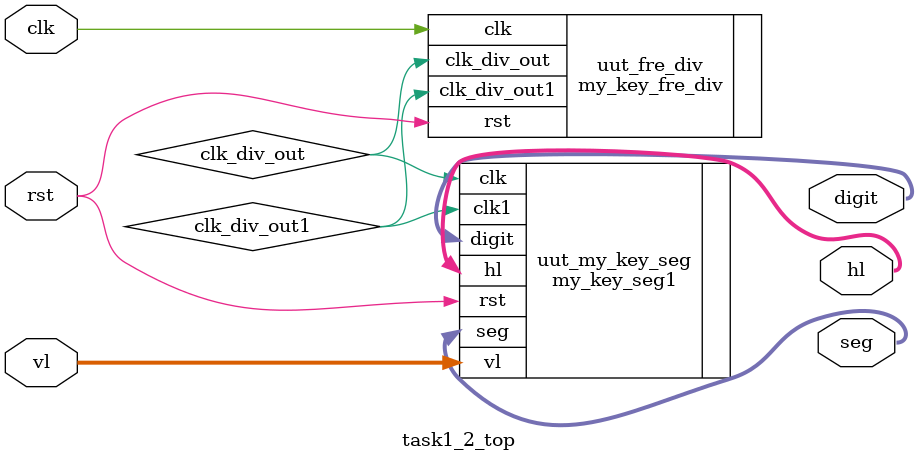
<source format=v>
`include "my_key_seg1.v"
`include "my_key_fre_div.v"
module task1_2_top(
    input clk,
    input rst,
    input [3:0] vl,
    output [3:0] hl,
    output [3:0] digit,
    output [7:0] seg
);

wire clk_div_out;
wire clk_div_out1;
my_key_fre_div uut_fre_div(
    .clk(clk),
    .rst(rst),
    .clk_div_out(clk_div_out),
    .clk_div_out1(clk_div_out1)

);
my_key_seg1 uut_my_key_seg(
    .clk(clk_div_out),
    .clk1(clk_div_out1),
    .rst(rst),
    .vl(vl),
    .hl(hl),
    .digit(digit),
    .seg(seg)
);


endmodule
</source>
